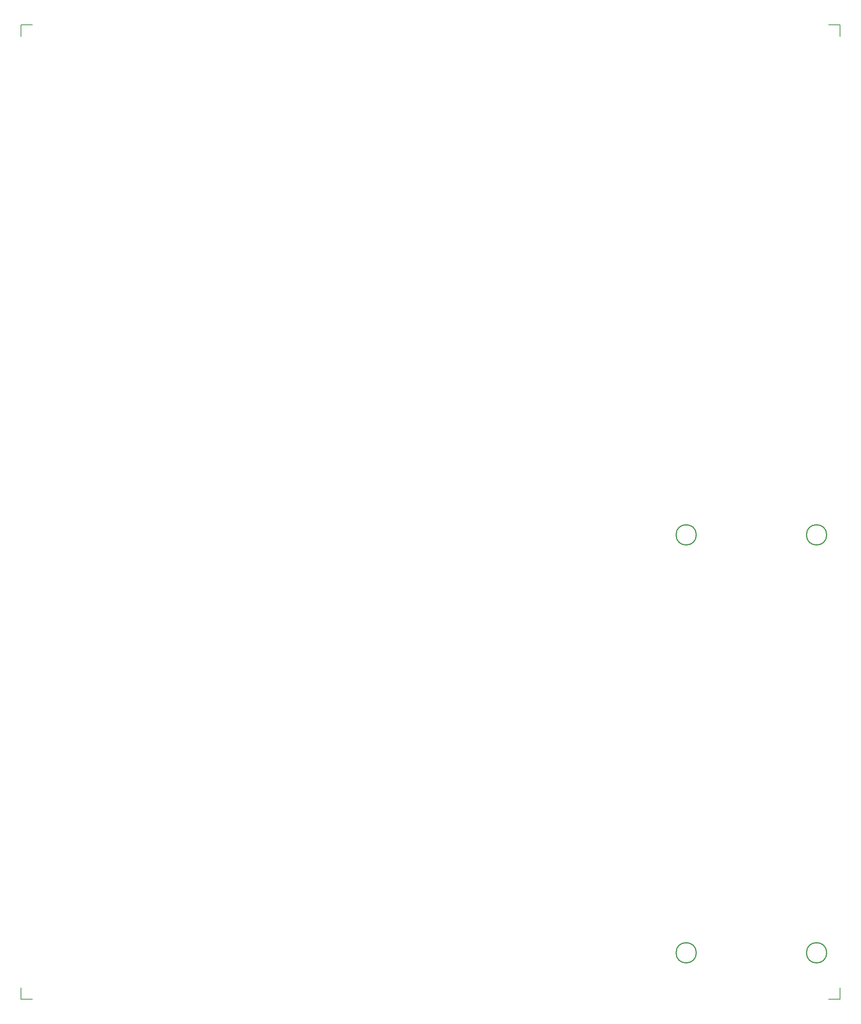
<source format=gbo>
%FSLAX25Y25*%
%MOIN*%
G70*
G01*
G75*
G04 Layer_Color=32896*
%ADD10R,0.05906X0.05118*%
%ADD11R,0.05118X0.07874*%
%ADD12R,0.05118X0.05906*%
%ADD13R,0.07284X0.13780*%
%ADD14R,0.12047X0.03504*%
%ADD15R,0.33622X0.21063*%
%ADD16R,0.05906X0.08661*%
%ADD17R,0.07874X0.05118*%
G04:AMPARAMS|DCode=18|XSize=35.43mil|YSize=59.06mil|CornerRadius=0mil|HoleSize=0mil|Usage=FLASHONLY|Rotation=150.000|XOffset=0mil|YOffset=0mil|HoleType=Round|Shape=Round|*
%AMOVALD18*
21,1,0.02362,0.03543,0.00000,0.00000,240.0*
1,1,0.03543,0.00591,0.01023*
1,1,0.03543,-0.00591,-0.01023*
%
%ADD18OVALD18*%

G04:AMPARAMS|DCode=19|XSize=35.43mil|YSize=59.06mil|CornerRadius=0mil|HoleSize=0mil|Usage=FLASHONLY|Rotation=120.000|XOffset=0mil|YOffset=0mil|HoleType=Round|Shape=Round|*
%AMOVALD19*
21,1,0.02362,0.03543,0.00000,0.00000,210.0*
1,1,0.03543,0.01023,0.00591*
1,1,0.03543,-0.01023,-0.00591*
%
%ADD19OVALD19*%

G04:AMPARAMS|DCode=20|XSize=35.43mil|YSize=59.06mil|CornerRadius=0mil|HoleSize=0mil|Usage=FLASHONLY|Rotation=30.000|XOffset=0mil|YOffset=0mil|HoleType=Round|Shape=Round|*
%AMOVALD20*
21,1,0.02362,0.03543,0.00000,0.00000,120.0*
1,1,0.03543,0.00591,-0.01023*
1,1,0.03543,-0.00591,0.01023*
%
%ADD20OVALD20*%

G04:AMPARAMS|DCode=21|XSize=35.43mil|YSize=59.06mil|CornerRadius=0mil|HoleSize=0mil|Usage=FLASHONLY|Rotation=60.000|XOffset=0mil|YOffset=0mil|HoleType=Round|Shape=Round|*
%AMOVALD21*
21,1,0.02362,0.03543,0.00000,0.00000,150.0*
1,1,0.03543,0.01023,-0.00591*
1,1,0.03543,-0.01023,0.00591*
%
%ADD21OVALD21*%

%ADD22O,0.05906X0.03543*%
%ADD23O,0.03543X0.05906*%
%ADD24R,0.06600X0.13700*%
%ADD25R,0.11811X0.04409*%
%ADD26R,0.08012X0.05906*%
%ADD27R,0.05906X0.08012*%
%ADD28R,0.04331X0.04724*%
%ADD29R,0.04724X0.04331*%
%ADD30R,0.05906X0.02362*%
%ADD31R,0.03347X0.01969*%
%ADD32R,0.13780X0.07284*%
%ADD33O,0.01417X0.04961*%
%ADD34O,0.02756X0.05118*%
%ADD35C,0.01000*%
%ADD36C,0.03543*%
%ADD37C,0.03937*%
%ADD38C,0.03504*%
%ADD39C,0.02756*%
%ADD40C,0.01969*%
%ADD41C,0.01417*%
%ADD42R,0.05906X0.05906*%
%ADD43C,0.05906*%
%ADD44R,0.05906X0.05906*%
%ADD45C,0.05906*%
%ADD46C,0.06693*%
G04:AMPARAMS|DCode=47|XSize=66.93mil|YSize=66.93mil|CornerRadius=0mil|HoleSize=0mil|Usage=FLASHONLY|Rotation=180.000|XOffset=0mil|YOffset=0mil|HoleType=Round|Shape=Octagon|*
%AMOCTAGOND47*
4,1,8,-0.03347,0.01673,-0.03347,-0.01673,-0.01673,-0.03347,0.01673,-0.03347,0.03347,-0.01673,0.03347,0.01673,0.01673,0.03347,-0.01673,0.03347,-0.03347,0.01673,0.0*
%
%ADD47OCTAGOND47*%

%ADD48C,0.07087*%
%ADD49C,0.15748*%
%ADD50C,0.14961*%
%ADD51C,0.06299*%
%ADD52R,0.06299X0.06299*%
%ADD53C,0.07874*%
%ADD54R,0.07874X0.07874*%
%ADD55R,0.05906X0.05906*%
%ADD56R,0.11811X0.12205*%
%ADD57O,0.08000X0.15748*%
%ADD58C,0.09803*%
%ADD59R,0.23622X0.07874*%
%ADD60R,0.07874X0.23622*%
%ADD61C,0.04724*%
%ADD62C,0.05512*%
%ADD63C,0.07480*%
%ADD64O,0.03937X0.07874*%
%ADD65O,0.03937X0.07874*%
%ADD66C,0.11811*%
%ADD67C,0.02362*%
%ADD68C,0.00984*%
%ADD69C,0.00787*%
%ADD70C,0.02362*%
%ADD71C,0.00394*%
%ADD72C,0.00800*%
%ADD73C,0.02000*%
%ADD74C,0.00591*%
%ADD75C,0.00100*%
%ADD76C,0.01181*%
%ADD77C,0.01575*%
%ADD78R,0.11024X0.03150*%
%ADD79R,0.09000X0.09000*%
%ADD80R,0.10669X0.10138*%
%ADD81R,0.06496X0.05709*%
%ADD82R,0.05709X0.08465*%
%ADD83R,0.05709X0.06496*%
%ADD84R,0.07874X0.14370*%
%ADD85R,0.12638X0.04095*%
%ADD86R,0.34213X0.21654*%
%ADD87R,0.06496X0.09252*%
%ADD88R,0.08465X0.05709*%
G04:AMPARAMS|DCode=89|XSize=41.34mil|YSize=64.96mil|CornerRadius=0mil|HoleSize=0mil|Usage=FLASHONLY|Rotation=150.000|XOffset=0mil|YOffset=0mil|HoleType=Round|Shape=Round|*
%AMOVALD89*
21,1,0.02362,0.04134,0.00000,0.00000,240.0*
1,1,0.04134,0.00591,0.01023*
1,1,0.04134,-0.00591,-0.01023*
%
%ADD89OVALD89*%

G04:AMPARAMS|DCode=90|XSize=41.34mil|YSize=64.96mil|CornerRadius=0mil|HoleSize=0mil|Usage=FLASHONLY|Rotation=120.000|XOffset=0mil|YOffset=0mil|HoleType=Round|Shape=Round|*
%AMOVALD90*
21,1,0.02362,0.04134,0.00000,0.00000,210.0*
1,1,0.04134,0.01023,0.00591*
1,1,0.04134,-0.01023,-0.00591*
%
%ADD90OVALD90*%

G04:AMPARAMS|DCode=91|XSize=41.34mil|YSize=64.96mil|CornerRadius=0mil|HoleSize=0mil|Usage=FLASHONLY|Rotation=30.000|XOffset=0mil|YOffset=0mil|HoleType=Round|Shape=Round|*
%AMOVALD91*
21,1,0.02362,0.04134,0.00000,0.00000,120.0*
1,1,0.04134,0.00591,-0.01023*
1,1,0.04134,-0.00591,0.01023*
%
%ADD91OVALD91*%

G04:AMPARAMS|DCode=92|XSize=41.34mil|YSize=64.96mil|CornerRadius=0mil|HoleSize=0mil|Usage=FLASHONLY|Rotation=60.000|XOffset=0mil|YOffset=0mil|HoleType=Round|Shape=Round|*
%AMOVALD92*
21,1,0.02362,0.04134,0.00000,0.00000,150.0*
1,1,0.04134,0.01023,-0.00591*
1,1,0.04134,-0.01023,0.00591*
%
%ADD92OVALD92*%

%ADD93O,0.06496X0.04134*%
%ADD94O,0.04134X0.06496*%
%ADD95R,0.07191X0.14291*%
%ADD96R,0.12402X0.05000*%
%ADD97R,0.08603X0.06496*%
%ADD98R,0.06496X0.08603*%
%ADD99R,0.04921X0.05315*%
%ADD100R,0.05315X0.04921*%
%ADD101R,0.06496X0.02953*%
%ADD102R,0.03937X0.02559*%
%ADD103R,0.14370X0.07874*%
%ADD104O,0.02008X0.05551*%
%ADD105O,0.03347X0.05709*%
%ADD106R,0.06496X0.06496*%
%ADD107C,0.06496*%
%ADD108R,0.06496X0.06496*%
%ADD109C,0.06496*%
%ADD110C,0.07284*%
G04:AMPARAMS|DCode=111|XSize=72.84mil|YSize=72.84mil|CornerRadius=0mil|HoleSize=0mil|Usage=FLASHONLY|Rotation=180.000|XOffset=0mil|YOffset=0mil|HoleType=Round|Shape=Octagon|*
%AMOCTAGOND111*
4,1,8,-0.03642,0.01821,-0.03642,-0.01821,-0.01821,-0.03642,0.01821,-0.03642,0.03642,-0.01821,0.03642,0.01821,0.01821,0.03642,-0.01821,0.03642,-0.03642,0.01821,0.0*
%
%ADD111OCTAGOND111*%

%ADD112C,0.07677*%
%ADD113C,0.16339*%
%ADD114C,0.15551*%
%ADD115C,0.06890*%
%ADD116R,0.06890X0.06890*%
%ADD117C,0.08465*%
%ADD118R,0.08465X0.08465*%
%ADD119R,0.06496X0.06496*%
%ADD120R,0.12402X0.12795*%
%ADD121O,0.08591X0.16339*%
%ADD122C,0.10394*%
%ADD123R,0.24213X0.08465*%
%ADD124R,0.08465X0.24213*%
%ADD125C,0.05315*%
%ADD126C,0.06102*%
%ADD127C,0.08071*%
%ADD128O,0.04528X0.08465*%
%ADD129O,0.04528X0.08465*%
%ADD130C,0.12402*%
%ADD131C,0.02953*%
D35*
X754360Y455500D02*
G03*
X754360Y455500I-8860J0D01*
G01*
X640360D02*
G03*
X640360Y455500I-8860J0D01*
G01*
Y90500D02*
G03*
X640360Y90500I-8860J0D01*
G01*
X754360D02*
G03*
X754360Y90500I-8860J0D01*
G01*
D69*
X50000Y891000D02*
Y901000D01*
X60000D01*
X756000D02*
X766000D01*
Y891000D02*
Y901000D01*
X756000Y50000D02*
X766000D01*
Y60000D01*
X50000Y50000D02*
X60000D01*
X50000D02*
Y60000D01*
M02*

</source>
